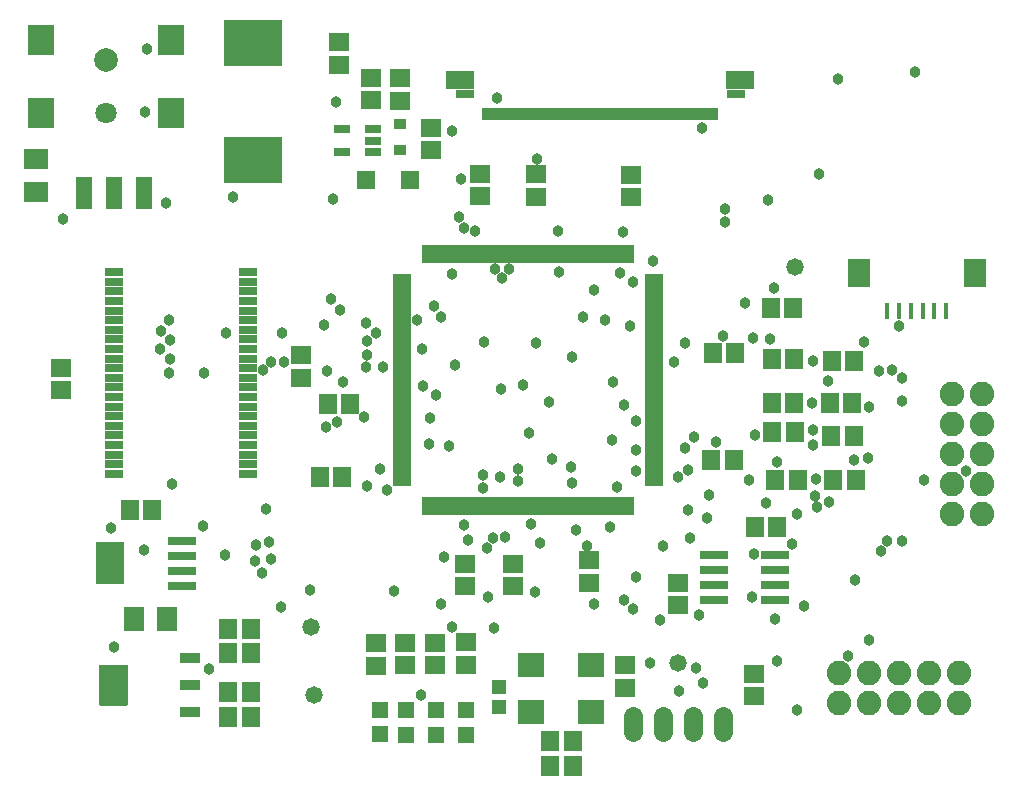
<source format=gts>
G04 EAGLE Gerber RS-274X export*
G75*
%MOMM*%
%FSLAX34Y34*%
%LPD*%
%INSoldermask Top*%
%IPPOS*%
%AMOC8*
5,1,8,0,0,1.08239X$1,22.5*%
G01*
%ADD10R,1.703200X1.503200*%
%ADD11R,1.503200X1.703200*%
%ADD12R,1.803200X2.003200*%
%ADD13R,2.203200X2.603200*%
%ADD14C,1.803200*%
%ADD15C,2.003200*%
%ADD16R,1.033200X0.833200*%
%ADD17R,1.603200X1.603200*%
%ADD18R,2.003200X1.803200*%
%ADD19R,1.203200X1.303200*%
%ADD20R,0.503200X1.003200*%
%ADD21R,2.400000X1.600000*%
%ADD22R,1.600000X0.800000*%
%ADD23R,0.400000X1.400000*%
%ADD24R,1.900000X2.350000*%
%ADD25C,2.082800*%
%ADD26C,1.625600*%
%ADD27R,5.003200X4.003200*%
%ADD28R,1.403200X1.403200*%
%ADD29R,2.209800X2.006600*%
%ADD30R,1.473200X2.743200*%
%ADD31C,1.473200*%
%ADD32R,1.556500X0.482600*%
%ADD33R,0.482600X1.556500*%
%ADD34R,1.403200X0.753200*%
%ADD35R,1.752600X0.812800*%
%ADD36R,2.403200X0.803200*%
%ADD37R,2.353200X3.653200*%
%ADD38R,1.524000X0.711200*%
%ADD39C,0.965200*%

G36*
X104265Y83932D02*
X104265Y83932D01*
X104284Y83930D01*
X104386Y83952D01*
X104488Y83969D01*
X104505Y83978D01*
X104525Y83982D01*
X104614Y84035D01*
X104705Y84084D01*
X104719Y84098D01*
X104736Y84108D01*
X104803Y84187D01*
X104875Y84262D01*
X104883Y84280D01*
X104896Y84295D01*
X104935Y84391D01*
X104978Y84485D01*
X104980Y84505D01*
X104988Y84523D01*
X105006Y84690D01*
X105006Y117710D01*
X105003Y117730D01*
X105005Y117749D01*
X104983Y117851D01*
X104967Y117953D01*
X104957Y117970D01*
X104953Y117990D01*
X104900Y118079D01*
X104851Y118170D01*
X104837Y118184D01*
X104827Y118201D01*
X104748Y118268D01*
X104673Y118340D01*
X104655Y118348D01*
X104640Y118361D01*
X104544Y118400D01*
X104450Y118443D01*
X104430Y118445D01*
X104412Y118453D01*
X104245Y118471D01*
X81639Y118471D01*
X81619Y118468D01*
X81600Y118470D01*
X81498Y118448D01*
X81396Y118432D01*
X81379Y118422D01*
X81359Y118418D01*
X81270Y118365D01*
X81179Y118316D01*
X81165Y118302D01*
X81148Y118292D01*
X81081Y118213D01*
X81010Y118138D01*
X81001Y118120D01*
X80988Y118105D01*
X80949Y118009D01*
X80906Y117915D01*
X80904Y117895D01*
X80896Y117877D01*
X80878Y117710D01*
X80878Y84690D01*
X80881Y84670D01*
X80879Y84651D01*
X80901Y84549D01*
X80918Y84447D01*
X80927Y84430D01*
X80931Y84410D01*
X80984Y84321D01*
X81033Y84230D01*
X81047Y84216D01*
X81057Y84199D01*
X81136Y84132D01*
X81211Y84061D01*
X81229Y84052D01*
X81244Y84039D01*
X81340Y84000D01*
X81434Y83957D01*
X81454Y83955D01*
X81472Y83947D01*
X81639Y83929D01*
X104245Y83929D01*
X104265Y83932D01*
G37*
D10*
X252000Y361300D03*
X252000Y380300D03*
D11*
X190300Y149000D03*
X209300Y149000D03*
X190300Y95000D03*
X209300Y95000D03*
X286700Y277000D03*
X267700Y277000D03*
D10*
X403500Y515300D03*
X403500Y534300D03*
D11*
X462800Y54000D03*
X481800Y54000D03*
X462900Y32700D03*
X481900Y32700D03*
D10*
X451100Y514700D03*
X451100Y533700D03*
D11*
X599200Y291900D03*
X618200Y291900D03*
D10*
X390900Y203800D03*
X390900Y184800D03*
D11*
X600200Y382400D03*
X619200Y382400D03*
D10*
X283800Y645300D03*
X283800Y626300D03*
D11*
X293300Y339600D03*
X274300Y339600D03*
D10*
X495400Y206800D03*
X495400Y187800D03*
X570800Y187800D03*
X570800Y168800D03*
X531200Y514200D03*
X531200Y533200D03*
X431300Y203800D03*
X431300Y184800D03*
X361800Y553900D03*
X361800Y572900D03*
X311000Y596300D03*
X311000Y615300D03*
X48500Y369700D03*
X48500Y350700D03*
D11*
X190400Y74200D03*
X209400Y74200D03*
X190400Y128200D03*
X209400Y128200D03*
D12*
X138300Y157500D03*
X110300Y157500D03*
D11*
X125600Y249300D03*
X106600Y249300D03*
D13*
X32000Y585300D03*
X32000Y647300D03*
X142000Y647300D03*
X142000Y585300D03*
D14*
X87000Y585300D03*
D15*
X87000Y630300D03*
D16*
X335500Y554100D03*
X335500Y576300D03*
D17*
X344000Y529100D03*
X307000Y529100D03*
D18*
X27500Y547000D03*
X27500Y519000D03*
D19*
X419700Y99800D03*
X419700Y82800D03*
D20*
X602700Y584800D03*
X597700Y584800D03*
X592700Y584800D03*
X587700Y584800D03*
X582700Y584800D03*
X577700Y584800D03*
X572700Y584800D03*
X567700Y584800D03*
X562700Y584800D03*
X557700Y584800D03*
X552700Y584800D03*
X547700Y584800D03*
X542700Y584800D03*
X537700Y584800D03*
X532700Y584800D03*
X527700Y584800D03*
X522700Y584800D03*
X517700Y584800D03*
X512700Y584800D03*
X507700Y584800D03*
X502700Y584800D03*
X497700Y584800D03*
X492700Y584800D03*
X487700Y584800D03*
X482700Y584800D03*
X477700Y584800D03*
X472700Y584800D03*
X467700Y584800D03*
X462700Y584800D03*
X457700Y584800D03*
X452700Y584800D03*
X447700Y584800D03*
X442700Y584800D03*
X437700Y584800D03*
X432700Y584800D03*
X427700Y584800D03*
X422700Y584800D03*
X417700Y584800D03*
X412700Y584800D03*
X407700Y584800D03*
D21*
X623700Y613800D03*
D22*
X619700Y601800D03*
D21*
X386700Y613800D03*
D22*
X390700Y601800D03*
D23*
X798100Y417900D03*
X788100Y417900D03*
X778100Y417900D03*
X768100Y417900D03*
X758100Y417900D03*
X748100Y417900D03*
D24*
X724100Y450400D03*
X822100Y450400D03*
D25*
X828500Y245700D03*
X803100Y245700D03*
X828500Y271100D03*
X803100Y271100D03*
X828500Y296500D03*
X803100Y296500D03*
X828500Y321900D03*
X803100Y321900D03*
X828500Y347300D03*
X803100Y347300D03*
X707200Y85900D03*
X707200Y111300D03*
X732600Y85900D03*
X732600Y111300D03*
X758000Y85900D03*
X758000Y111300D03*
X783400Y85900D03*
X783400Y111300D03*
X808800Y85900D03*
X808800Y111300D03*
D26*
X532900Y75312D02*
X532900Y61088D01*
X558300Y61088D02*
X558300Y75312D01*
X583700Y75312D02*
X583700Y61088D01*
X609100Y61088D02*
X609100Y75312D01*
D27*
X211500Y546100D03*
X211500Y645100D03*
D28*
X391300Y79900D03*
X391300Y58900D03*
X365900Y80000D03*
X365900Y59000D03*
X318400Y80500D03*
X318400Y59500D03*
X340900Y80200D03*
X340900Y59200D03*
D29*
X446100Y118439D03*
X496900Y118439D03*
X446100Y78561D03*
X496900Y78561D03*
D10*
X335200Y615100D03*
X335200Y596100D03*
D11*
X701200Y375800D03*
X720200Y375800D03*
X649400Y420700D03*
X668400Y420700D03*
X650400Y377200D03*
X669400Y377200D03*
X650400Y340200D03*
X669400Y340200D03*
X721600Y274800D03*
X702600Y274800D03*
X653400Y274700D03*
X672400Y274700D03*
X650900Y315200D03*
X669900Y315200D03*
D10*
X339700Y137100D03*
X339700Y118100D03*
X365600Y137100D03*
X365600Y118100D03*
X391600Y137600D03*
X391600Y118600D03*
X315600Y136600D03*
X315600Y117600D03*
X526400Y98900D03*
X526400Y117900D03*
D11*
X655100Y235400D03*
X636100Y235400D03*
D10*
X635100Y110600D03*
X635100Y91600D03*
D11*
X700900Y311700D03*
X719900Y311700D03*
X718600Y340300D03*
X699600Y340300D03*
D30*
X67800Y518200D03*
X93200Y518200D03*
X118600Y518200D03*
D31*
X260200Y150200D03*
X262900Y93200D03*
X570800Y119700D03*
X670000Y455200D03*
D32*
X550715Y272000D03*
X550715Y277000D03*
X550715Y282000D03*
X550715Y287000D03*
X550715Y292000D03*
X550715Y297000D03*
X550715Y302000D03*
X550715Y307000D03*
X550715Y312000D03*
X550715Y317000D03*
X550715Y322000D03*
X550715Y327000D03*
X550715Y332000D03*
X550715Y337000D03*
X550715Y342000D03*
X550715Y347000D03*
X550715Y352000D03*
X550715Y357000D03*
X550715Y362000D03*
X550715Y367000D03*
X550715Y372000D03*
X550715Y377000D03*
X550715Y382000D03*
X550715Y387000D03*
X550715Y392000D03*
X550715Y397000D03*
X550715Y402000D03*
X550715Y407000D03*
X550715Y412000D03*
X550715Y417000D03*
X550715Y422000D03*
X550715Y427000D03*
X550715Y432000D03*
X550715Y437000D03*
X550715Y442000D03*
X550715Y447000D03*
D33*
X531500Y466215D03*
X526500Y466215D03*
X521500Y466215D03*
X516500Y466215D03*
X511500Y466215D03*
X506500Y466215D03*
X501500Y466215D03*
X496500Y466215D03*
X491500Y466215D03*
X486500Y466215D03*
X481500Y466215D03*
X476500Y466215D03*
X471500Y466215D03*
X466500Y466215D03*
X461500Y466215D03*
X456500Y466215D03*
X451500Y466215D03*
X446500Y466215D03*
X441500Y466215D03*
X436500Y466215D03*
X431500Y466215D03*
X426500Y466215D03*
X421500Y466215D03*
X416500Y466215D03*
X411500Y466215D03*
X406500Y466215D03*
X401500Y466215D03*
X396500Y466215D03*
X391500Y466215D03*
X386500Y466215D03*
X381500Y466215D03*
X376500Y466215D03*
X371500Y466215D03*
X366500Y466215D03*
X361500Y466215D03*
X356500Y466215D03*
D32*
X337285Y447000D03*
X337285Y442000D03*
X337285Y437000D03*
X337285Y432000D03*
X337285Y427000D03*
X337285Y422000D03*
X337285Y417000D03*
X337285Y412000D03*
X337285Y407000D03*
X337285Y402000D03*
X337285Y397000D03*
X337285Y392000D03*
X337285Y387000D03*
X337285Y382000D03*
X337285Y377000D03*
X337285Y372000D03*
X337285Y367000D03*
X337285Y362000D03*
X337285Y357000D03*
X337285Y352000D03*
X337285Y347000D03*
X337285Y342000D03*
X337285Y337000D03*
X337285Y332000D03*
X337285Y327000D03*
X337285Y322000D03*
X337285Y317000D03*
X337285Y312000D03*
X337285Y307000D03*
X337285Y302000D03*
X337285Y297000D03*
X337285Y292000D03*
X337285Y287000D03*
X337285Y282000D03*
X337285Y277000D03*
X337285Y272000D03*
D33*
X356500Y252785D03*
X361500Y252785D03*
X366500Y252785D03*
X371500Y252785D03*
X376500Y252785D03*
X381500Y252785D03*
X386500Y252785D03*
X391500Y252785D03*
X396500Y252785D03*
X401500Y252785D03*
X406500Y252785D03*
X411500Y252785D03*
X416500Y252785D03*
X421500Y252785D03*
X426500Y252785D03*
X431500Y252785D03*
X436500Y252785D03*
X441500Y252785D03*
X446500Y252785D03*
X451500Y252785D03*
X456500Y252785D03*
X461500Y252785D03*
X466500Y252785D03*
X471500Y252785D03*
X476500Y252785D03*
X481500Y252785D03*
X486500Y252785D03*
X491500Y252785D03*
X496500Y252785D03*
X501500Y252785D03*
X506500Y252785D03*
X511500Y252785D03*
X516500Y252785D03*
X521500Y252785D03*
X526500Y252785D03*
X531500Y252785D03*
D34*
X312601Y552700D03*
X312601Y562200D03*
X312601Y571700D03*
X286599Y571700D03*
X286599Y552700D03*
D35*
X157458Y78213D03*
X157458Y101200D03*
X157458Y124187D03*
D36*
X151100Y185000D03*
X151100Y197700D03*
X151100Y210400D03*
X151100Y223100D03*
D37*
X90300Y204800D03*
D36*
X601300Y199050D03*
X653300Y199050D03*
X601300Y211750D03*
X601300Y186350D03*
X601300Y173650D03*
X653300Y211750D03*
X653300Y186350D03*
X653300Y173650D03*
D38*
X93231Y450844D03*
X93231Y442716D03*
X93231Y434588D03*
X93231Y426460D03*
X93231Y418332D03*
X93231Y410204D03*
X93231Y402076D03*
X93231Y393948D03*
X93231Y385820D03*
X93231Y377692D03*
X93231Y369564D03*
X93231Y361436D03*
X93231Y353308D03*
X93231Y345180D03*
X93231Y337052D03*
X93231Y328924D03*
X93231Y320796D03*
X93231Y312668D03*
X93231Y304540D03*
X93231Y296412D03*
X93231Y288284D03*
X93231Y280156D03*
X206769Y280156D03*
X206769Y288284D03*
X206769Y296412D03*
X206769Y304540D03*
X206769Y312668D03*
X206769Y320796D03*
X206769Y328924D03*
X206769Y337052D03*
X206769Y345180D03*
X206769Y353308D03*
X206769Y361436D03*
X206769Y369564D03*
X206769Y377692D03*
X206769Y385820D03*
X206769Y393948D03*
X206769Y402076D03*
X206769Y410204D03*
X206769Y418332D03*
X206769Y426460D03*
X206769Y434588D03*
X206769Y442716D03*
X206769Y450844D03*
D39*
X281000Y594500D03*
X407000Y392000D03*
X440000Y355500D03*
X519470Y268530D03*
X462000Y340500D03*
X547500Y120000D03*
X530000Y405500D03*
X648500Y393858D03*
X814850Y282850D03*
X271500Y406000D03*
X380000Y150000D03*
X370000Y170000D03*
X450000Y180000D03*
X500000Y170000D03*
X588500Y160500D03*
X758000Y405358D03*
X609500Y396500D03*
X567500Y374500D03*
X532969Y442574D03*
X550000Y460000D03*
X524000Y485000D03*
X415957Y453607D03*
X379358Y449500D03*
X380000Y570000D03*
X418000Y598000D03*
X387000Y530000D03*
X452000Y546500D03*
X591500Y572500D03*
X603000Y306858D03*
X535000Y300500D03*
X382000Y372500D03*
X451000Y391000D03*
X421500Y352000D03*
X222000Y250000D03*
X90500Y234000D03*
X93500Y133500D03*
X234500Y167000D03*
X194500Y514500D03*
X278500Y512500D03*
X690500Y534000D03*
X671500Y80500D03*
X706500Y614000D03*
X772000Y620500D03*
X120000Y586500D03*
X121500Y639500D03*
X236000Y399000D03*
X188500Y399000D03*
X319000Y284500D03*
X631500Y274500D03*
X732000Y293500D03*
X349893Y410000D03*
X354000Y385500D03*
X321000Y370500D03*
X324500Y266000D03*
X393500Y224000D03*
X427500Y453607D03*
X470500Y451000D03*
X445000Y314500D03*
X361000Y327000D03*
X490500Y413000D03*
X513358Y235000D03*
X454000Y221500D03*
X464000Y293000D03*
X424442Y227000D03*
X733000Y336500D03*
X377000Y304000D03*
X481500Y379000D03*
X480500Y285500D03*
X168500Y235500D03*
X720500Y190000D03*
X678000Y168500D03*
X558500Y219000D03*
X535000Y192500D03*
X779000Y274500D03*
X597500Y262500D03*
X581500Y225500D03*
X579500Y249500D03*
X667142Y220500D03*
X672079Y246322D03*
X760500Y341500D03*
X535000Y325000D03*
X655000Y121500D03*
X689002Y251848D03*
X635849Y312849D03*
X655000Y290500D03*
X687500Y276000D03*
X140000Y365500D03*
X170000Y365500D03*
X142906Y271406D03*
X137500Y509500D03*
X516358Y358000D03*
X515500Y309000D03*
X645500Y255000D03*
X687000Y261500D03*
X685000Y375500D03*
X684500Y340000D03*
X698000Y359000D03*
X720000Y292000D03*
X415000Y149500D03*
X410000Y175500D03*
X714526Y125526D03*
X653500Y157000D03*
X571500Y96000D03*
X555500Y156500D03*
X493599Y218901D03*
X446500Y238000D03*
X259000Y181500D03*
X330500Y180500D03*
X305000Y327922D03*
X187500Y211500D03*
X389642Y236512D03*
X685000Y317000D03*
X414716Y226000D03*
X728500Y391642D03*
X685000Y304358D03*
X635500Y212500D03*
X595500Y243000D03*
X634000Y176000D03*
X535500Y282500D03*
X525000Y338500D03*
X698500Y256000D03*
X732500Y139500D03*
X499827Y435716D03*
X652000Y437500D03*
X634500Y395000D03*
X584500Y311500D03*
X576500Y391000D03*
X577000Y302000D03*
X628000Y424500D03*
X509500Y410500D03*
X399087Y485500D03*
X611000Y493000D03*
X389435Y488500D03*
X611000Y504000D03*
X133000Y400806D03*
X315500Y399500D03*
X140500Y393000D03*
X307500Y392500D03*
X132000Y386000D03*
X307500Y381000D03*
X140500Y377500D03*
X307000Y370500D03*
X219215Y368158D03*
X272736Y319952D03*
X226500Y375078D03*
X282388Y323858D03*
X237000Y375078D03*
X355000Y354500D03*
X273500Y367500D03*
X481000Y272000D03*
X373000Y210000D03*
X409000Y217500D03*
X405500Y268500D03*
X218693Y196193D03*
X406000Y279000D03*
X213000Y206284D03*
X420000Y277000D03*
X226000Y208284D03*
X435500Y274000D03*
X214000Y220000D03*
X140000Y410500D03*
X307000Y407500D03*
X285000Y418500D03*
X370000Y412500D03*
X287500Y357500D03*
X366500Y347000D03*
X760500Y361000D03*
X760500Y223500D03*
X752500Y368000D03*
X748358Y222792D03*
X741500Y367500D03*
X742500Y215000D03*
X570699Y277699D03*
X586500Y116000D03*
X579500Y283000D03*
X592500Y103000D03*
X469087Y485500D03*
X521500Y450000D03*
X360000Y305500D03*
X307500Y270000D03*
X173500Y114500D03*
X421729Y445729D03*
X484500Y232500D03*
X353500Y93000D03*
X525000Y173500D03*
X532500Y165500D03*
X277324Y427730D03*
X364500Y422000D03*
X385143Y497858D03*
X647000Y511500D03*
X50000Y495500D03*
X118500Y216000D03*
X435099Y284099D03*
X225000Y222000D03*
M02*

</source>
